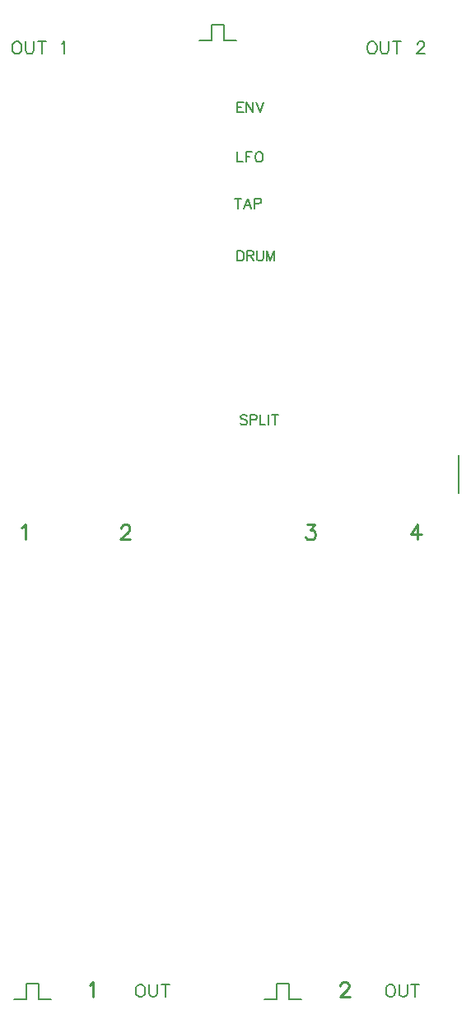
<source format=gto>
G04 DipTrace 4.1.1.0*
G04 alps_panel02.GTO*
%MOIN*%
G04 #@! TF.FileFunction,Legend,Top*
G04 #@! TF.Part,Single*
%ADD19C,0.005984*%
%ADD21C,0.006*%
%ADD35C,0.009264*%
%ADD36C,0.006176*%
%ADD37C,0.00772*%
%FSLAX26Y26*%
G04*
G70*
G90*
G75*
G01*
G04 TopSilk*
%LPD*%
X554000Y756500D2*
D19*
X604000D1*
Y819000D1*
X654000D1*
Y756500D1*
X704000D1*
X1566500D2*
X1616500D1*
X1304000Y4631500D2*
X1354000D1*
Y4694000D1*
X1404000D1*
Y4631500D1*
X1454000D1*
X2354000Y2956500D2*
D21*
Y2800249D1*
X1616500Y756500D2*
D19*
Y819000D1*
X1666500D1*
Y756500D1*
X1716500D1*
X583632Y2662109D2*
D35*
X589402Y2665028D1*
X598024Y2673583D1*
Y2613362D1*
X986550Y2659257D2*
Y2662109D1*
X989402Y2667879D1*
X992254Y2670731D1*
X998024Y2673583D1*
X1009498D1*
X1015202Y2670731D1*
X1018054Y2667879D1*
X1020972Y2662109D1*
Y2656405D1*
X1018054Y2650635D1*
X1012350Y2642080D1*
X983632Y2613362D1*
X1023824D1*
X559730Y4627041D2*
D37*
X554921Y4624665D1*
X550168Y4619856D1*
X547736Y4615103D1*
X545360Y4607918D1*
Y4595925D1*
X547736Y4588795D1*
X550168Y4583986D1*
X554921Y4579233D1*
X559730Y4576801D1*
X569292D1*
X574045Y4579233D1*
X578853Y4583986D1*
X581230Y4588795D1*
X583606Y4595925D1*
Y4607918D1*
X581230Y4615103D1*
X578853Y4619856D1*
X574045Y4624665D1*
X569292Y4627041D1*
X559730D1*
X599046D2*
Y4591171D1*
X601422Y4583986D1*
X606231Y4579233D1*
X613416Y4576801D1*
X618169D1*
X625354Y4579233D1*
X630162Y4583986D1*
X632539Y4591171D1*
Y4627041D1*
X664725D2*
Y4576801D1*
X647978Y4627041D2*
X681471D1*
X745512Y4617424D2*
X750320Y4619856D1*
X757505Y4626986D1*
Y4576801D1*
X1997230Y4627041D2*
X1992421Y4624665D1*
X1987668Y4619856D1*
X1985236Y4615103D1*
X1982860Y4607918D1*
Y4595925D1*
X1985236Y4588795D1*
X1987668Y4583986D1*
X1992421Y4579233D1*
X1997230Y4576801D1*
X2006792D1*
X2011545Y4579233D1*
X2016353Y4583986D1*
X2018730Y4588795D1*
X2021106Y4595925D1*
Y4607918D1*
X2018730Y4615103D1*
X2016353Y4619856D1*
X2011545Y4624665D1*
X2006792Y4627041D1*
X1997230D1*
X2036546D2*
Y4591171D1*
X2038922Y4583986D1*
X2043731Y4579233D1*
X2050916Y4576801D1*
X2055669D1*
X2062854Y4579233D1*
X2067662Y4583986D1*
X2070039Y4591171D1*
Y4627041D1*
X2102225D2*
Y4576801D1*
X2085478Y4627041D2*
X2118971D1*
X2185444Y4615048D2*
Y4617424D1*
X2187820Y4622233D1*
X2190197Y4624609D1*
X2195005Y4626986D1*
X2204567D1*
X2209320Y4624609D1*
X2211697Y4622233D1*
X2214128Y4617424D1*
Y4612671D1*
X2211697Y4607863D1*
X2206943Y4600733D1*
X2183012Y4576801D1*
X2216505D1*
X1481937Y4380433D2*
D36*
X1457088D1*
Y4340241D1*
X1481937D1*
X1457088Y4361288D2*
X1472386D1*
X1521083Y4380433D2*
Y4340241D1*
X1494288Y4380433D1*
Y4340241D1*
X1533434Y4380433D2*
X1548733Y4340241D1*
X1564032Y4380433D1*
X1457088Y4180433D2*
Y4140241D1*
X1480036D1*
X1517281Y4180433D2*
X1492387D1*
Y4140241D1*
Y4161288D2*
X1507686D1*
X1541128Y4180433D2*
X1537281Y4178532D1*
X1533479Y4174685D1*
X1531533Y4170882D1*
X1529632Y4165134D1*
Y4155540D1*
X1531533Y4149836D1*
X1533479Y4145989D1*
X1537281Y4142187D1*
X1541128Y4140241D1*
X1548777D1*
X1552580Y4142187D1*
X1556427Y4145989D1*
X1558328Y4149836D1*
X1560229Y4155540D1*
Y4165134D1*
X1558328Y4170882D1*
X1556427Y4174685D1*
X1552580Y4178532D1*
X1548777Y4180433D1*
X1541128D1*
X1457985Y3992933D2*
Y3952741D1*
X1444588Y3992933D2*
X1471383D1*
X1514375Y3952741D2*
X1499033Y3992933D1*
X1483734Y3952741D1*
X1489482Y3966138D2*
X1508627D1*
X1526727Y3971886D2*
X1543971D1*
X1549675Y3973788D1*
X1551620Y3975733D1*
X1553521Y3979536D1*
Y3985284D1*
X1551620Y3989086D1*
X1549675Y3991032D1*
X1543971Y3992933D1*
X1526727D1*
Y3952741D1*
X1457088Y3780433D2*
Y3740241D1*
X1470485D1*
X1476233Y3742187D1*
X1480080Y3745989D1*
X1481981Y3749836D1*
X1483883Y3755540D1*
Y3765134D1*
X1481981Y3770882D1*
X1480080Y3774685D1*
X1476233Y3778532D1*
X1470485Y3780433D1*
X1457088D1*
X1496234Y3761288D2*
X1513434D1*
X1519182Y3763233D1*
X1521127Y3765134D1*
X1523029Y3768937D1*
Y3772784D1*
X1521127Y3776586D1*
X1519182Y3778532D1*
X1513434Y3780433D1*
X1496234D1*
Y3740241D1*
X1509631Y3761288D2*
X1523029Y3740241D1*
X1535380Y3780433D2*
Y3751737D1*
X1537281Y3745989D1*
X1541128Y3742187D1*
X1546876Y3740241D1*
X1550679D1*
X1556427Y3742187D1*
X1560273Y3745989D1*
X1562175Y3751737D1*
Y3780433D1*
X1605123Y3740241D2*
Y3780433D1*
X1589825Y3740241D1*
X1574526Y3780433D1*
Y3740241D1*
X1496383Y3112185D2*
X1492580Y3116032D1*
X1486832Y3117933D1*
X1479183D1*
X1473435Y3116032D1*
X1469588Y3112185D1*
Y3108382D1*
X1471533Y3104536D1*
X1473435Y3102634D1*
X1477237Y3100733D1*
X1488733Y3096886D1*
X1492580Y3094985D1*
X1494481Y3093040D1*
X1496383Y3089237D1*
Y3083489D1*
X1492580Y3079687D1*
X1486832Y3077741D1*
X1479183D1*
X1473435Y3079687D1*
X1469588Y3083489D1*
X1508734Y3096886D2*
X1525978D1*
X1531682Y3098788D1*
X1533627Y3100733D1*
X1535529Y3104536D1*
Y3110284D1*
X1533627Y3114086D1*
X1531682Y3116032D1*
X1525978Y3117933D1*
X1508734D1*
Y3077741D1*
X1547880Y3117933D2*
Y3077741D1*
X1570828D1*
X1583179Y3117933D2*
Y3077741D1*
X1608928Y3117933D2*
Y3077741D1*
X1595531Y3117933D2*
X1622325D1*
X1739402Y2673583D2*
D35*
X1770906D1*
X1753728Y2650635D1*
X1762350D1*
X1768054Y2647783D1*
X1770906Y2644932D1*
X1773824Y2636309D1*
Y2630606D1*
X1770906Y2621984D1*
X1765202Y2616213D1*
X1756580Y2613362D1*
X1747958D1*
X1739402Y2616213D1*
X1736550Y2619132D1*
X1733632Y2624836D1*
X2187350Y2613362D2*
Y2673583D1*
X2158632Y2633458D1*
X2201676D1*
X1059730Y814541D2*
D37*
X1054921Y812165D1*
X1050168Y807356D1*
X1047736Y802603D1*
X1045360Y795418D1*
Y783425D1*
X1047736Y776295D1*
X1050168Y771486D1*
X1054921Y766733D1*
X1059730Y764301D1*
X1069292D1*
X1074045Y766733D1*
X1078853Y771486D1*
X1081230Y776295D1*
X1083606Y783425D1*
Y795418D1*
X1081230Y802603D1*
X1078853Y807356D1*
X1074045Y812165D1*
X1069292Y814541D1*
X1059730D1*
X1099046D2*
Y778671D1*
X1101422Y771486D1*
X1106231Y766733D1*
X1113416Y764301D1*
X1118169D1*
X1125354Y766733D1*
X1130162Y771486D1*
X1132539Y778671D1*
Y814541D1*
X1164725D2*
Y764301D1*
X1147978Y814541D2*
X1181471D1*
X858632Y812109D2*
D35*
X864402Y815028D1*
X873024Y823583D1*
Y763362D1*
X2072230Y814541D2*
D37*
X2067421Y812165D1*
X2062668Y807356D1*
X2060236Y802603D1*
X2057860Y795418D1*
Y783425D1*
X2060236Y776295D1*
X2062668Y771486D1*
X2067421Y766733D1*
X2072230Y764301D1*
X2081792D1*
X2086545Y766733D1*
X2091353Y771486D1*
X2093730Y776295D1*
X2096106Y783425D1*
Y795418D1*
X2093730Y802603D1*
X2091353Y807356D1*
X2086545Y812165D1*
X2081792Y814541D1*
X2072230D1*
X2111546D2*
Y778671D1*
X2113922Y771486D1*
X2118731Y766733D1*
X2125916Y764301D1*
X2130669D1*
X2137854Y766733D1*
X2142662Y771486D1*
X2145039Y778671D1*
Y814541D1*
X2177225D2*
Y764301D1*
X2160478Y814541D2*
X2193971D1*
X1874050Y809257D2*
D35*
Y812109D1*
X1876902Y817879D1*
X1879754Y820731D1*
X1885524Y823583D1*
X1896998D1*
X1902702Y820731D1*
X1905554Y817879D1*
X1908472Y812109D1*
Y806405D1*
X1905554Y800635D1*
X1899850Y792080D1*
X1871132Y763362D1*
X1911324D1*
M02*

</source>
